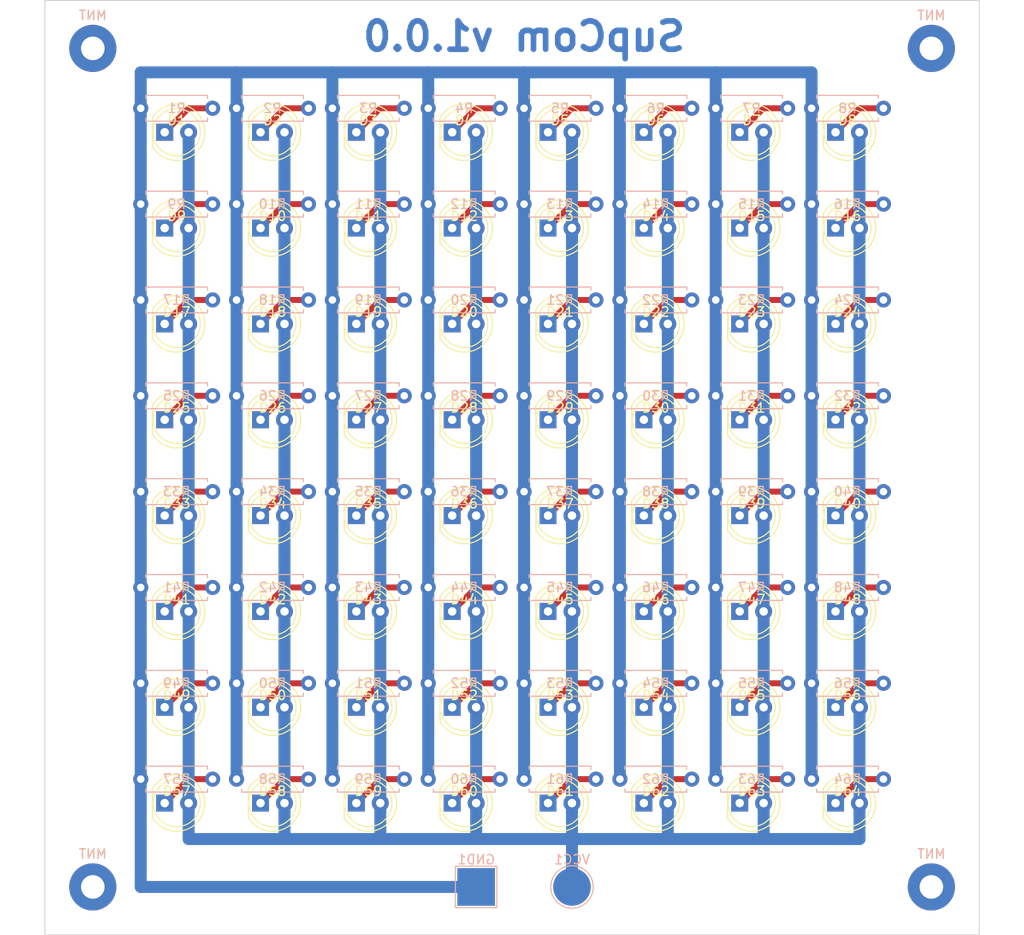
<source format=kicad_pcb>
(kicad_pcb (version 20211014) (generator pcbnew)
  (layers (0 "F.Cu" signal) (31 "B.Cu" signal) (34 "B.Paste" user) (35 "F.Paste" user) (36 "B.SilkS" user "B.Silkscreen") (37 "F.SilkS" user "F.Silkscreen") (38 "B.Mask" user) (39 "F.Mask" user) (44 "Edge.Cuts" user))
  (net 0 "")
  (net 1 "Net-(D1-Pad1)")
  (net 2 "Net-(D1-Pad2)")
  (net 3 "Net-(D2-Pad1)")
  (net 4 "Net-(D3-Pad1)")
  (net 5 "Net-(D4-Pad1)")
  (net 6 "Net-(D5-Pad1)")
  (net 7 "Net-(D6-Pad1)")
  (net 8 "Net-(D7-Pad1)")
  (net 9 "Net-(D8-Pad1)")
  (net 10 "Net-(D9-Pad1)")
  (net 11 "Net-(D10-Pad1)")
  (net 12 "Net-(D11-Pad1)")
  (net 13 "Net-(D12-Pad1)")
  (net 14 "Net-(D13-Pad1)")
  (net 15 "Net-(D14-Pad1)")
  (net 16 "Net-(D15-Pad1)")
  (net 17 "Net-(D16-Pad1)")
  (net 18 "Net-(D17-Pad1)")
  (net 19 "Net-(D18-Pad1)")
  (net 20 "Net-(D19-Pad1)")
  (net 21 "Net-(D20-Pad1)")
  (net 22 "Net-(D21-Pad1)")
  (net 23 "Net-(D22-Pad1)")
  (net 24 "Net-(D23-Pad1)")
  (net 25 "Net-(D24-Pad1)")
  (net 26 "Net-(D25-Pad1)")
  (net 27 "Net-(D26-Pad1)")
  (net 28 "Net-(D27-Pad1)")
  (net 29 "Net-(D28-Pad1)")
  (net 30 "Net-(D29-Pad1)")
  (net 31 "Net-(D30-Pad1)")
  (net 32 "Net-(D31-Pad1)")
  (net 33 "Net-(D32-Pad1)")
  (net 34 "Net-(D33-Pad1)")
  (net 35 "Net-(D34-Pad1)")
  (net 36 "Net-(D35-Pad1)")
  (net 37 "Net-(D36-Pad1)")
  (net 38 "Net-(D37-Pad1)")
  (net 39 "Net-(D38-Pad1)")
  (net 40 "Net-(D39-Pad1)")
  (net 41 "Net-(D40-Pad1)")
  (net 42 "Net-(D41-Pad1)")
  (net 43 "Net-(D42-Pad1)")
  (net 44 "Net-(D43-Pad1)")
  (net 45 "Net-(D44-Pad1)")
  (net 46 "Net-(D45-Pad1)")
  (net 47 "Net-(D46-Pad1)")
  (net 48 "Net-(D47-Pad1)")
  (net 49 "Net-(D48-Pad1)")
  (net 50 "Net-(D49-Pad1)")
  (net 51 "Net-(D50-Pad1)")
  (net 52 "Net-(D51-Pad1)")
  (net 53 "Net-(D52-Pad1)")
  (net 54 "Net-(D53-Pad1)")
  (net 55 "Net-(D54-Pad1)")
  (net 56 "Net-(D55-Pad1)")
  (net 57 "Net-(D56-Pad1)")
  (net 58 "Net-(D57-Pad1)")
  (net 59 "Net-(D58-Pad1)")
  (net 60 "Net-(D59-Pad1)")
  (net 61 "Net-(D60-Pad1)")
  (net 62 "Net-(D61-Pad1)")
  (net 63 "Net-(D62-Pad1)")
  (net 64 "Net-(D63-Pad1)")
  (net 65 "Net-(D64-Pad1)")
  (net 66 "Net-(GND1-Pad1)")
  (footprint "LED_THT:LED_D5.0mm" (layer "F.Cu") (at 154.94 123.19)
    (fp_text reference "D60")
    (fp_text value "LED")
  )
  (footprint "LED_THT:LED_D5.0mm" (layer "F.Cu") (at 124.46 102.87)
    (fp_text reference "D41")
    (fp_text value "LED")
  )
  (footprint "LED_THT:LED_D5.0mm" (layer "F.Cu") (at 175.26 52.07)
    (fp_text reference "D6")
    (fp_text value "LED")
  )
  (footprint "LED_THT:LED_D5.0mm" (layer "F.Cu") (at 134.62 82.55)
    (fp_text reference "D26")
    (fp_text value "LED")
  )
  (footprint "LED_THT:LED_D5.0mm" (layer "F.Cu") (at 195.58 62.23)
    (fp_text reference "D16")
    (fp_text value "LED")
  )
  (footprint "LED_THT:LED_D5.0mm" (layer "F.Cu") (at 195.58 113.03)
    (fp_text reference "D56")
    (fp_text value "LED")
  )
  (footprint "LED_THT:LED_D5.0mm" (layer "F.Cu") (at 185.42 123.19)
    (fp_text reference "D63")
    (fp_text value "LED")
  )
  (footprint "LED_THT:LED_D5.0mm" (layer "F.Cu") (at 134.62 62.23)
    (fp_text reference "D10")
    (fp_text value "LED")
  )
  (footprint "LED_THT:LED_D5.0mm" (layer "F.Cu") (at 165.1 92.71)
    (fp_text reference "D37")
    (fp_text value "LED")
  )
  (footprint "LED_THT:LED_D5.0mm" (layer "F.Cu") (at 144.78 102.87)
    (fp_text reference "D43")
    (fp_text value "LED")
  )
  (footprint "LED_THT:LED_D5.0mm" (layer "F.Cu") (at 165.1 72.39)
    (fp_text reference "D21")
    (fp_text value "LED")
  )
  (footprint "LED_THT:LED_D5.0mm" (layer "F.Cu") (at 195.58 52.07)
    (fp_text reference "D8")
    (fp_text value "LED")
  )
  (footprint "LED_THT:LED_D5.0mm" (layer "F.Cu") (at 165.1 113.03)
    (fp_text reference "D53")
    (fp_text value "LED")
  )
  (footprint "LED_THT:LED_D5.0mm" (layer "F.Cu") (at 154.94 52.07)
    (fp_text reference "D4")
    (fp_text value "LED")
  )
  (footprint "LED_THT:LED_D5.0mm" (layer "F.Cu") (at 154.94 102.87)
    (fp_text reference "D44")
    (fp_text value "LED")
  )
  (footprint "LED_THT:LED_D5.0mm" (layer "F.Cu") (at 124.46 113.03)
    (fp_text reference "D49")
    (fp_text value "LED")
  )
  (footprint "LED_THT:LED_D5.0mm" (layer "F.Cu") (at 195.58 123.19)
    (fp_text reference "D64")
    (fp_text value "LED")
  )
  (footprint "LED_THT:LED_D5.0mm" (layer "F.Cu") (at 185.42 72.39)
    (fp_text reference "D23")
    (fp_text value "LED")
  )
  (footprint "LED_THT:LED_D5.0mm" (layer "F.Cu") (at 134.62 113.03)
    (fp_text reference "D50")
    (fp_text value "LED")
  )
  (footprint "LED_THT:LED_D5.0mm" (layer "F.Cu") (at 175.26 113.03)
    (fp_text reference "D54")
    (fp_text value "LED")
  )
  (footprint "LED_THT:LED_D5.0mm" (layer "F.Cu") (at 144.78 82.55)
    (fp_text reference "D27")
    (fp_text value "LED")
  )
  (footprint "LED_THT:LED_D5.0mm" (layer "F.Cu") (at 154.94 82.55)
    (fp_text reference "D28")
    (fp_text value "LED")
  )
  (footprint "LED_THT:LED_D5.0mm" (layer "F.Cu") (at 185.42 113.03)
    (fp_text reference "D55")
    (fp_text value "LED")
  )
  (footprint "LED_THT:LED_D5.0mm" (layer "F.Cu") (at 144.78 62.23)
    (fp_text reference "D11")
    (fp_text value "LED")
  )
  (footprint "LED_THT:LED_D5.0mm" (layer "F.Cu") (at 165.1 62.23)
    (fp_text reference "D13")
    (fp_text value "LED")
  )
  (footprint "LED_THT:LED_D5.0mm" (layer "F.Cu") (at 134.62 52.07)
    (fp_text reference "D2")
    (fp_text value "LED")
  )
  (footprint "LED_THT:LED_D5.0mm" (layer "F.Cu") (at 175.26 62.23)
    (fp_text reference "D14")
    (fp_text value "LED")
  )
  (footprint "LED_THT:LED_D5.0mm" (layer "F.Cu") (at 185.42 62.23)
    (fp_text reference "D15")
    (fp_text value "LED")
  )
  (footprint "LED_THT:LED_D5.0mm" (layer "F.Cu") (at 175.26 72.39)
    (fp_text reference "D22")
    (fp_text value "LED")
  )
  (footprint "LED_THT:LED_D5.0mm" (layer "F.Cu") (at 175.26 102.87)
    (fp_text reference "D46")
    (fp_text value "LED")
  )
  (footprint "LED_THT:LED_D5.0mm" (layer "F.Cu") (at 195.58 102.87)
    (fp_text reference "D48")
    (fp_text value "LED")
  )
  (footprint "LED_THT:LED_D5.0mm" (layer "F.Cu") (at 154.94 72.39)
    (fp_text reference "D20")
    (fp_text value "LED")
  )
  (footprint "LED_THT:LED_D5.0mm" (layer "F.Cu") (at 134.62 72.39)
    (fp_text reference "D18")
    (fp_text value "LED")
  )
  (footprint "LED_THT:LED_D5.0mm" (layer "F.Cu") (at 185.42 82.55)
    (fp_text reference "D31")
    (fp_text value "LED")
  )
  (footprint "LED_THT:LED_D5.0mm" (layer "F.Cu") (at 154.94 113.03)
    (fp_text reference "D52")
    (fp_text value "LED")
  )
  (footprint "LED_THT:LED_D5.0mm" (layer "F.Cu") (at 154.94 92.71)
    (fp_text reference "D36")
    (fp_text value "LED")
  )
  (footprint "LED_THT:LED_D5.0mm" (layer "F.Cu") (at 165.1 123.19)
    (fp_text reference "D61")
    (fp_text value "LED")
  )
  (footprint "LED_THT:LED_D5.0mm" (layer "F.Cu") (at 175.26 123.19)
    (fp_text reference "D62")
    (fp_text value "LED")
  )
  (footprint "LED_THT:LED_D5.0mm" (layer "F.Cu") (at 144.78 72.39)
    (fp_text reference "D19")
    (fp_text value "LED")
  )
  (footprint "LED_THT:LED_D5.0mm" (layer "F.Cu") (at 124.46 52.07)
    (fp_text reference "D1")
    (fp_text value "LED")
  )
  (footprint "LED_THT:LED_D5.0mm" (layer "F.Cu") (at 124.46 92.71)
    (fp_text reference "D33")
    (fp_text value "LED")
  )
  (footprint "LED_THT:LED_D5.0mm" (layer "F.Cu") (at 134.62 123.19)
    (fp_text reference "D58")
    (fp_text value "LED")
  )
  (footprint "LED_THT:LED_D5.0mm" (layer "F.Cu") (at 144.78 113.03)
    (fp_text reference "D51")
    (fp_text value "LED")
  )
  (footprint "LED_THT:LED_D5.0mm" (layer "F.Cu") (at 185.42 52.07)
    (fp_text reference "D7")
    (fp_text value "LED")
  )
  (footprint "LED_THT:LED_D5.0mm" (layer "F.Cu") (at 144.78 123.19)
    (fp_text reference "D59")
    (fp_text value "LED")
  )
  (footprint "LED_THT:LED_D5.0mm" (layer "F.Cu") (at 144.78 52.07)
    (fp_text reference "D3")
    (fp_text value "LED")
  )
  (footprint "LED_THT:LED_D5.0mm" (layer "F.Cu") (at 144.78 92.71)
    (fp_text reference "D35")
    (fp_text value "LED")
  )
  (footprint "LED_THT:LED_D5.0mm" (layer "F.Cu") (at 175.26 82.55)
    (fp_text reference "D30")
    (fp_text value "LED")
  )
  (footprint "LED_THT:LED_D5.0mm" (layer "F.Cu") (at 134.62 92.71)
    (fp_text reference "D34")
    (fp_text value "LED")
  )
  (footprint "LED_THT:LED_D5.0mm" (layer "F.Cu") (at 185.42 102.87)
    (fp_text reference "D47")
    (fp_text value "LED")
  )
  (footprint "LED_THT:LED_D5.0mm" (layer "F.Cu") (at 124.46 72.39)
    (fp_text reference "D17")
    (fp_text value "LED")
  )
  (footprint "LED_THT:LED_D5.0mm" (layer "F.Cu") (at 165.1 52.07)
    (fp_text reference "D5")
    (fp_text value "LED")
  )
  (footprint "LED_THT:LED_D5.0mm" (layer "F.Cu") (at 124.46 123.19)
    (fp_text reference "D57")
    (fp_text value "LED")
  )
  (footprint "LED_THT:LED_D5.0mm" (layer "F.Cu") (at 195.58 92.71)
    (fp_text reference "D40")
    (fp_text value "LED")
  )
  (footprint "LED_THT:LED_D5.0mm" (layer "F.Cu") (at 154.94 62.23)
    (fp_text reference "D12")
    (fp_text value "LED")
  )
  (footprint "LED_THT:LED_D5.0mm" (layer "F.Cu") (at 185.42 92.71)
    (fp_text reference "D39")
    (fp_text value "LED")
  )
  (footprint "LED_THT:LED_D5.0mm" (layer "F.Cu") (at 165.1 102.87)
    (fp_text reference "D45")
    (fp_text value "LED")
  )
  (footprint "LED_THT:LED_D5.0mm" (layer "F.Cu") (at 195.58 72.39)
    (fp_text reference "D24")
    (fp_text value "LED")
  )
  (footprint "LED_THT:LED_D5.0mm" (layer "F.Cu") (at 134.62 102.87)
    (fp_text reference "D42")
    (fp_text value "LED")
  )
  (footprint "LED_THT:LED_D5.0mm" (layer "F.Cu") (at 165.1 82.55)
    (fp_text reference "D29")
    (fp_text value "LED")
  )
  (footprint "LED_THT:LED_D5.0mm" (layer "F.Cu") (at 175.26 92.71)
    (fp_text reference "D38")
    (fp_text value "LED")
  )
  (footprint "LED_THT:LED_D5.0mm" (layer "F.Cu") (at 195.58 82.55)
    (fp_text reference "D32")
    (fp_text value "LED")
  )
  (footprint "LED_THT:LED_D5.0mm" (layer "F.Cu") (at 124.46 62.23)
    (fp_text reference "D9")
    (fp_text value "LED")
  )
  (footprint "LED_THT:LED_D5.0mm" (layer "F.Cu") (at 124.46 82.55)
    (fp_text reference "D25")
    (fp_text value "LED")
  )
  (footprint "Resistor_THT:R_Axial_DIN0207_L6.3mm_D2.5mm_P7.62mm_Horizontal" (layer "B.Cu") (at 182.88 90.17)
    (fp_text reference "R39")
    (fp_text value "220")
  )
  (footprint "Resistor_THT:R_Axial_DIN0207_L6.3mm_D2.5mm_P7.62mm_Horizontal" (layer "B.Cu") (at 132.08 100.33)
    (fp_text reference "R42")
    (fp_text value "220")
  )
  (footprint "Resistor_THT:R_Axial_DIN0207_L6.3mm_D2.5mm_P7.62mm_Horizontal" (layer "B.Cu") (at 193.04 49.53)
    (fp_text reference "R8")
    (fp_text value "220")
  )
  (footprint "TestPoint:TestPoint_Pad_D4.0mm" (layer "B.Cu") (at 167.64 132.08 180)
    (fp_text reference "VCC1")
    (fp_text value "TestPoint")
  )
  (footprint "MountingHole:MountingHole_2.5mm_Pad" (layer "B.Cu") (at 116.84 43.18 180)
    (fp_text reference "MNT")
    (fp_text value "MountingHole_2.5mm_Pad")
  )
  (footprint "Resistor_THT:R_Axial_DIN0207_L6.3mm_D2.5mm_P7.62mm_Horizontal" (layer "B.Cu") (at 142.24 49.53)
    (fp_text reference "R3")
    (fp_text value "220")
  )
  (footprint "Resistor_THT:R_Axial_DIN0207_L6.3mm_D2.5mm_P7.62mm_Horizontal" (layer "B.Cu") (at 193.04 59.69)
    (fp_text reference "R16")
    (fp_text value "220")
  )
  (footprint "Resistor_THT:R_Axial_DIN0207_L6.3mm_D2.5mm_P7.62mm_Horizontal" (layer "B.Cu") (at 152.4 120.65)
    (fp_text reference "R60")
    (fp_text value "220")
  )
  (footprint "Resistor_THT:R_Axial_DIN0207_L6.3mm_D2.5mm_P7.62mm_Horizontal" (layer "B.Cu") (at 193.04 110.49)
    (fp_text reference "R56")
    (fp_text value "220")
  )
  (footprint "Resistor_THT:R_Axial_DIN0207_L6.3mm_D2.5mm_P7.62mm_Horizontal" (layer "B.Cu") (at 172.72 100.33)
    (fp_text reference "R46")
    (fp_text value "220")
  )
  (footprint "Resistor_THT:R_Axial_DIN0207_L6.3mm_D2.5mm_P7.62mm_Horizontal" (layer "B.Cu") (at 182.88 49.53)
    (fp_text reference "R7")
    (fp_text value "220")
  )
  (footprint "Resistor_THT:R_Axial_DIN0207_L6.3mm_D2.5mm_P7.62mm_Horizontal" (layer "B.Cu") (at 142.24 110.49)
    (fp_text reference "R51")
    (fp_text value "220")
  )
  (footprint "Resistor_THT:R_Axial_DIN0207_L6.3mm_D2.5mm_P7.62mm_Horizontal" (layer "B.Cu") (at 121.92 120.65)
    (fp_text reference "R57")
    (fp_text value "220")
  )
  (footprint "Resistor_THT:R_Axial_DIN0207_L6.3mm_D2.5mm_P7.62mm_Horizontal" (layer "B.Cu") (at 152.4 80.01)
    (fp_text reference "R28")
    (fp_text value "220")
  )
  (footprint "Resistor_THT:R_Axial_DIN0207_L6.3mm_D2.5mm_P7.62mm_Horizontal" (layer "B.Cu") (at 162.56 90.17)
    (fp_text reference "R37")
    (fp_text value "220")
  )
  (footprint "Resistor_THT:R_Axial_DIN0207_L6.3mm_D2.5mm_P7.62mm_Horizontal" (layer "B.Cu") (at 172.72 80.01)
    (fp_text reference "R30")
    (fp_text value "220")
  )
  (footprint "Resistor_THT:R_Axial_DIN0207_L6.3mm_D2.5mm_P7.62mm_Horizontal" (layer "B.Cu") (at 162.56 59.69)
    (fp_text reference "R13")
    (fp_text value "220")
  )
  (footprint "Resistor_THT:R_Axial_DIN0207_L6.3mm_D2.5mm_P7.62mm_Horizontal" (layer "B.Cu") (at 121.92 90.17)
    (fp_text reference "R33")
    (fp_text value "220")
  )
  (footprint "Resistor_THT:R_Axial_DIN0207_L6.3mm_D2.5mm_P7.62mm_Horizontal" (layer "B.Cu") (at 142.24 59.69)
    (fp_text reference "R11")
    (fp_text value "220")
  )
  (footprint "Resistor_THT:R_Axial_DIN0207_L6.3mm_D2.5mm_P7.62mm_Horizontal" (layer "B.Cu") (at 142.24 80.01)
    (fp_text reference "R27")
    (fp_text value "220")
  )
  (footprint "Resistor_THT:R_Axial_DIN0207_L6.3mm_D2.5mm_P7.62mm_Horizontal" (layer "B.Cu") (at 182.88 59.69)
    (fp_text reference "R15")
    (fp_text value "220")
  )
  (footprint "Resistor_THT:R_Axial_DIN0207_L6.3mm_D2.5mm_P7.62mm_Horizontal" (layer "B.Cu") (at 172.72 120.65)
    (fp_text reference "R62")
    (fp_text value "220")
  )
  (footprint "Resistor_THT:R_Axial_DIN0207_L6.3mm_D2.5mm_P7.62mm_Horizontal" (layer "B.Cu") (at 152.4 59.69)
    (fp_text reference "R12")
    (fp_text value "220")
  )
  (footprint "Resistor_THT:R_Axial_DIN0207_L6.3mm_D2.5mm_P7.62mm_Horizontal" (layer "B.Cu") (at 152.4 49.53)
    (fp_text reference "R4")
    (fp_text value "220")
  )
  (footprint "TestPoint:TestPoint_Pad_4.0x4.0mm" (layer "B.Cu") (at 157.48 132.08 180)
    (fp_text reference "GND1")
    (fp_text value "TestPoint")
  )
  (footprint "Resistor_THT:R_Axial_DIN0207_L6.3mm_D2.5mm_P7.62mm_Horizontal" (layer "B.Cu") (at 162.56 120.65)
    (fp_text reference "R61")
    (fp_text value "220")
  )
  (footprint "Resistor_THT:R_Axial_DIN0207_L6.3mm_D2.5mm_P7.62mm_Horizontal" (layer "B.Cu") (at 132.08 120.65)
    (fp_text reference "R58")
    (fp_text value "220")
  )
  (footprint "Resistor_THT:R_Axial_DIN0207_L6.3mm_D2.5mm_P7.62mm_Horizontal" (layer "B.Cu") (at 132.08 59.69)
    (fp_text reference "R10")
    (fp_text value "220")
  )
  (footprint "Resistor_THT:R_Axial_DIN0207_L6.3mm_D2.5mm_P7.62mm_Horizontal" (layer "B.Cu") (at 152.4 69.85)
    (fp_text reference "R20")
    (fp_text value "220")
  )
  (footprint "Resistor_THT:R_Axial_DIN0207_L6.3mm_D2.5mm_P7.62mm_Horizontal" (layer "B.Cu") (at 193.04 80.01)
    (fp_text reference "R32")
    (fp_text value "220")
  )
  (footprint "Resistor_THT:R_Axial_DIN0207_L6.3mm_D2.5mm_P7.62mm_Horizontal" (layer "B.Cu") (at 142.24 69.85)
    (fp_text reference "R19")
    (fp_text value "220")
  )
  (footprint "MountingHole:MountingHole_2.5mm_Pad" (layer "B.Cu") (at 205.74 43.18 180)
    (fp_text reference "MNT")
    (fp_text value "MountingHole_2.5mm_Pad")
  )
  (footprint "Resistor_THT:R_Axial_DIN0207_L6.3mm_D2.5mm_P7.62mm_Horizontal" (layer "B.Cu") (at 193.04 100.33)
    (fp_text reference "R48")
    (fp_text value "220")
  )
  (footprint "Resistor_THT:R_Axial_DIN0207_L6.3mm_D2.5mm_P7.62mm_Horizontal" (layer "B.Cu") (at 172.72 110.49)
    (fp_text reference "R54")
    (fp_text value "220")
  )
  (footprint "MountingHole:MountingHole_2.5mm_Pad" (layer "B.Cu") (at 205.74 132.08 180)
    (fp_text reference "MNT")
    (fp_text value "MountingHole_2.5mm_Pad")
  )
  (footprint "Resistor_THT:R_Axial_DIN0207_L6.3mm_D2.5mm_P7.62mm_Horizontal" (layer "B.Cu") (at 182.88 80.01)
    (fp_text reference "R31")
    (fp_text value "220")
  )
  (footprint "Resistor_THT:R_Axial_DIN0207_L6.3mm_D2.5mm_P7.62mm_Horizontal" (layer "B.Cu") (at 182.88 100.33)
    (fp_text reference "R47")
    (fp_text value "220")
  )
  (footprint "Resistor_THT:R_Axial_DIN0207_L6.3mm_D2.5mm_P7.62mm_Horizontal" (layer "B.Cu") (at 142.24 90.17)
    (fp_text reference "R35")
    (fp_text value "220")
  )
  (footprint "Resistor_THT:R_Axial_DIN0207_L6.3mm_D2.5mm_P7.62mm_Horizontal" (layer "B.Cu") (at 142.24 100.33)
    (fp_text reference "R43")
    (fp_text value "220")
  )
  (footprint "Resistor_THT:R_Axial_DIN0207_L6.3mm_D2.5mm_P7.62mm_Horizontal" (layer "B.Cu") (at 162.56 69.85)
    (fp_text reference "R21")
    (fp_text value "220")
  )
  (footprint "Resistor_THT:R_Axial_DIN0207_L6.3mm_D2.5mm_P7.62mm_Horizontal" (layer "B.Cu") (at 132.08 69.85)
    (fp_text reference "R18")
    (fp_text value "220")
  )
  (footprint "Resistor_THT:R_Axial_DIN0207_L6.3mm_D2.5mm_P7.62mm_Horizontal" (layer "B.Cu") (at 162.56 110.49)
    (fp_text reference "R53")
    (fp_text value "220")
  )
  (footprint "Resistor_THT:R_Axial_DIN0207_L6.3mm_D2.5mm_P7.62mm_Horizontal" (layer "B.Cu") (at 193.04 69.85)
    (fp_text reference "R24")
    (fp_text value "220")
  )
  (footprint "Resistor_THT:R_Axial_DIN0207_L6.3mm_D2.5mm_P7.62mm_Horizontal" (layer "B.Cu") (at 132.08 49.53)
    (fp_text reference "R2")
    (fp_text value "220")
  )
  (footprint "Resistor_THT:R_Axial_DIN0207_L6.3mm_D2.5mm_P7.62mm_Horizontal" (layer "B.Cu") (at 152.4 100.33)
    (fp_text reference "R44")
    (fp_text value "220")
  )
  (footprint "Resistor_THT:R_Axial_DIN0207_L6.3mm_D2.5mm_P7.62mm_Horizontal" (layer "B.Cu") (at 182.88 110.49)
    (fp_text reference "R55")
    (fp_text value "220")
  )
  (footprint "MountingHole:MountingHole_2.5mm_Pad" (layer "B.Cu") (at 116.84 132.08 180)
    (fp_text reference "MNT")
    (fp_text value "MountingHole_2.5mm_Pad")
  )
  (footprint "Resistor_THT:R_Axial_DIN0207_L6.3mm_D2.5mm_P7.62mm_Horizontal" (layer "B.Cu") (at 121.92 80.01)
    (fp_text reference "R25")
    (fp_text value "220")
  )
  (footprint "Resistor_THT:R_Axial_DIN0207_L6.3mm_D2.5mm_P7.62mm_Horizontal" (layer "B.Cu") (at 121.92 100.33)
    (fp_text reference "R41")
    (fp_text value "220")
  )
  (footprint "Resistor_THT:R_Axial_DIN0207_L6.3mm_D2.5mm_P7.62mm_Horizontal" (layer "B.Cu") (at 142.24 120.65)
    (fp_text reference "R59")
    (fp_text value "220")
  )
  (footprint "Resistor_THT:R_Axial_DIN0207_L6.3mm_D2.5mm_P7.62mm_Horizontal" (layer "B.Cu") (at 162.56 100.33)
    (fp_text reference "R45")
    (fp_text value "220")
  )
  (footprint "Resistor_THT:R_Axial_DIN0207_L6.3mm_D2.5mm_P7.62mm_Horizontal" (layer "B.Cu") (at 172.72 59.69)
    (fp_text reference "R14")
    (fp_text value "220")
  )
  (footprint "Resistor_THT:R_Axial_DIN0207_L6.3mm_D2.5mm_P7.62mm_Horizontal" (layer "B.Cu") (at 172.72 49.53)
    (fp_text reference "R6")
    (fp_text value "220")
  )
  (footprint "Resistor_THT:R_Axial_DIN0207_L6.3mm_D2.5mm_P7.62mm_Horizontal" (layer "B.Cu") (at 193.04 120.65)
    (fp_text reference "R64")
    (fp_text value "220")
  )
  (footprint "Resistor_THT:R_Axial_DIN0207_L6.3mm_D2.5mm_P7.62mm_Horizontal" (layer "B.Cu") (at 193.04 90.17)
    (fp_text reference "R40")
    (fp_text value "220")
  )
  (footprint "Resistor_THT:R_Axial_DIN0207_L6.3mm_D2.5mm_P7.62mm_Horizontal" (layer "B.Cu") (at 182.88 120.65)
    (fp_text reference "R63")
    (fp_text value "220")
  )
  (footprint "Resistor_THT:R_Axial_DIN0207_L6.3mm_D2.5mm_P7.62mm_Horizontal" (layer "B.Cu") (at 162.56 80.01)
    (fp_text reference "R29")
    (fp_text value "220")
  )
  (footprint "Resistor_THT:R_Axial_DIN0207_L6.3mm_D2.5mm_P7.62mm_Horizontal" (layer "B.Cu") (at 121.92 69.85)
    (fp_text reference "R17")
    (fp_text value "220")
  )
  (footprint "Resistor_THT:R_Axial_DIN0207_L6.3mm_D2.5mm_P7.62mm_Horizontal" (layer "B.Cu") (at 152.4 110.49)
    (fp_text reference "R52")
    (fp_text value "220")
  )
  (footprint "Resistor_THT:R_Axial_DIN0207_L6.3mm_D2.5mm_P7.62mm_Horizontal" (layer "B.Cu") (at 121.92 49.53)
    (fp_text reference "R1")
    (fp_text value "220")
  )
  (footprint "Resistor_THT:R_Axial_DIN0207_L6.3mm_D2.5mm_P7.62mm_Horizontal" (layer "B.Cu") (at 172.72 90.17)
    (fp_text reference "R38")
    (fp_text value "220")
  )
  (footprint "Resistor_THT:R_Axial_DIN0207_L6.3mm_D2.5mm_P7.62mm_Horizontal" (layer "B.Cu") (at 182.88 69.85)
    (fp_text reference "R23")
    (fp_text value "220")
  )
  (footprint "Resistor_THT:R_Axial_DIN0207_L6.3mm_D2.5mm_P7.62mm_Horizontal" (layer "B.Cu") (at 132.08 90.17)
    (fp_text reference "R34")
    (fp_text value "220")
  )
  (footprint "Resistor_THT:R_Axial_DIN0207_L6.3mm_D2.5mm_P7.62mm_Horizontal" (layer "B.Cu") (at 132.08 110.49)
    (fp_text reference "R50")
    (fp_text value "220")
  )
  (footprint "Resistor_THT:R_Axial_DIN0207_L6.3mm_D2.5mm_P7.62mm_Horizontal" (layer "B.Cu") (at 121.92 59.69)
    (fp_text reference "R9")
    (fp_text value "220")
  )
  (footprint "Resistor_THT:R_Axial_DIN0207_L6.3mm_D2.5mm_P7.62mm_Horizontal" (layer "B.Cu") (at 162.56 49.53)
    (fp_text reference "R5")
    (fp_text value "220")
  )
  (footprint "Resistor_THT:R_Axial_DIN0207_L6.3mm_D2.5mm_P7.62mm_Horizontal" (layer "B.Cu") (at 121.92 110.49)
    (fp_text reference "R49")
    (fp_text value "220")
  )
  (footprint "Resistor_THT:R_Axial_DIN0207_L6.3mm_D2.5mm_P7.62mm_Horizontal" (layer "B.Cu") (at 132.08 80.01)
    (fp_text reference "R26")
    (fp_text value "220")
  )
  (footprint "Resistor_THT:R_Axial_DIN0207_L6.3mm_D2.5mm_P7.62mm_Horizontal" (layer "B.Cu") (at 152.4 90.17)
    (fp_text reference "R36")
    (fp_text value "220")
  )
  (footprint "Resistor_THT:R_Axial_DIN0207_L6.3mm_D2.5mm_P7.62mm_Horizontal" (layer "B.Cu") (at 172.72 69.85)
    (fp_text reference "R22")
    (fp_text value "220")
  )
  (gr_rect (start 111.76 137.16) (end 210.82 38.1) (layer "Edge.Cuts") (width 0.1) (fill none))
  (gr_text "SupCom v1.0.0" (at 162.56 41.91) (layer "B.Cu") (effects (font (size 3 3) (thickness 0.6)) (justify mirror)))
  (segment (start 129.54 49.53) (end 127 49.53) (width 0.635) (layer "F.Cu") (net 1))
  (segment (start 127 49.53) (end 124.46 52.07) (width 0.635) (layer "F.Cu") (net 1))
  (segment (start 157.48 127) (end 157.48 123.19) (width 1.27) (layer "B.Cu") (net 2))
  (segment (start 198.12 127) (end 187.96 127) (width 1.27) (layer "B.Cu") (net 2))
  (segment (start 147.32 123.19) (end 147.32 52.07) (width 1.27) (layer "B.Cu") (net 2))
  (segment (start 157.48 127) (end 147.32 127) (width 1.27) (layer "B.Cu") (net 2))
  (segment (start 198.12 127) (end 198.12 123.19) (width 1.27) (layer "B.Cu") (net 2))
  (segment (start 177.8 127) (end 177.8 123.19) (width 1.27) (layer "B.Cu") (net 2))
  (segment (start 198.12 123.19) (end 198.12 52.07) (width 1.27) (layer "B.Cu") (net 2))
  (segment (start 127 123.19) (end 127 52.07) (width 1.27) (layer "B.Cu") (net 2))
  (segment (start 147.32 127) (end 137.16 127) (width 1.27) (layer "B.Cu") (net 2))
  (segment (start 127 127) (end 127 123.19) (width 1.27) (layer "B.Cu") (net 2))
  (segment (start 187.96 123.19) (end 187.96 52.07) (width 1.27) (layer "B.Cu") (net 2))
  (segment (start 167.64 127) (end 167.64 132.08) (width 1.27) (layer "B.Cu") (net 2))
  (segment (start 137.16 123.19) (end 137.16 52.07) (width 1.27) (layer "B.Cu") (net 2))
  (segment (start 177.8 123.19) (end 177.8 52.07) (width 1.27) (layer "B.Cu") (net 2))
  (segment (start 137.16 127) (end 137.16 123.19) (width 1.27) (layer "B.Cu") (net 2))
  (segment (start 147.32 127) (end 147.32 123.19) (width 1.27) (layer "B.Cu") (net 2))
  (segment (start 187.96 127) (end 177.8 127) (width 1.27) (layer "B.Cu") (net 2))
  (segment (start 177.8 127) (end 167.64 127) (width 1.27) (layer "B.Cu") (net 2))
  (segment (start 167.64 127) (end 157.48 127) (width 1.27) (layer "B.Cu") (net 2))
  (segment (start 157.48 123.19) (end 157.48 52.07) (width 1.27) (layer "B.Cu") (net 2))
  (segment (start 167.64 127) (end 167.64 123.19) (width 1.27) (layer "B.Cu") (net 2))
  (segment (start 167.64 123.19) (end 167.64 52.07) (width 1.27) (layer "B.Cu") (net 2))
  (segment (start 187.96 127) (end 187.96 123.19) (width 1.27) (layer "B.Cu") (net 2))
  (segment (start 137.16 127) (end 127 127) (width 1.27) (layer "B.Cu") (net 2))
  (segment (start 137.16 49.53) (end 134.62 52.07) (width 0.635) (layer "F.Cu") (net 3))
  (segment (start 139.7 49.53) (end 137.16 49.53) (width 0.635) (layer "F.Cu") (net 3))
  (segment (start 149.86 49.53) (end 147.32 49.53) (width 0.635) (layer "F.Cu") (net 4))
  (segment (start 147.32 49.53) (end 144.78 52.07) (width 0.635) (layer "F.Cu") (net 4))
  (segment (start 160.02 49.53) (end 157.48 49.53) (width 0.635) (layer "F.Cu") (net 5))
  (segment (start 157.48 49.53) (end 154.94 52.07) (width 0.635) (layer "F.Cu") (net 5))
  (segment (start 167.64 49.53) (end 165.1 52.07) (width 0.635) (layer "F.Cu") (net 6))
  (segment (start 170.18 49.53) (end 167.64 49.53) (width 0.635) (layer "F.Cu") (net 6))
  (segment (start 180.34 49.53) (end 177.8 49.53) (width 0.635) (layer "F.Cu") (net 7))
  (segment (start 177.8 49.53) (end 175.26 52.07) (width 0.635) (layer "F.Cu") (net 7))
  (segment (start 187.96 49.53) (end 185.42 52.07) (width 0.635) (layer "F.Cu") (net 8))
  (segment (start 190.5 49.53) (end 187.96 49.53) (width 0.635) (layer "F.Cu") (net 8))
  (segment (start 198.12 49.53) (end 195.58 52.07) (width 0.635) (layer "F.Cu") (net 9))
  (segment (start 200.66 49.53) (end 198.12 49.53) (width 0.635) (layer "F.Cu") (net 9))
  (segment (start 129.54 59.69) (end 127 59.69) (width 0.635) (layer "F.Cu") (net 10))
  (segment (start 127 59.69) (end 124.46 62.23) (width 0.635) (layer "F.Cu") (net 10))
  (segment (start 139.7 59.69) (end 137.16 59.69) (width 0.635) (layer "F.Cu") (net 11))
  (segment (start 137.16 59.69) (end 134.62 62.23) (width 0.635) (layer "F.Cu") (net 11))
  (segment (start 149.86 59.69) (end 147.32 59.69) (width 0.635) (layer "F.Cu") (net 12))
  (segment (start 147.32 59.69) (end 144.78 62.23) (width 0.635) (layer "F.Cu") (net 12))
  (segment (start 157.48 59.69) (end 154.94 62.23) (width 0.635) (layer "F.Cu") (net 13))
  (segment (start 160.02 59.69) (end 157.48 59.69) (width 0.635) (layer "F.Cu") (net 13))
  (segment (start 167.64 59.69) (end 165.1 62.23) (width 0.635) (layer "F.Cu") (net 14))
  (segment (start 170.18 59.69) (end 167.64 59.69) (width 0.635) (layer "F.Cu") (net 14))
  (segment (start 177.8 59.69) (end 175.26 62.23) (width 0.635) (layer "F.Cu") (net 15))
  (segment (start 180.34 59.69) (end 177.8 59.69) (width 0.635) (layer "F.Cu") (net 15))
  (segment (start 187.96 59.69) (end 185.42 62.23) (width 0.635) (layer "F.Cu") (net 16))
  (segment (start 190.5 59.69) (end 187.96 59.69) (width 0.635) (layer "F.Cu") (net 16))
  (segment (start 198.12 59.69) (end 195.58 62.23) (width 0.635) (layer "F.Cu") (net 17))
  (segment (start 200.66 59.69) (end 198.12 59.69) (width 0.635) (layer "F.Cu") (net 17))
  (segment (start 127 69.85) (end 124.46 72.39) (width 0.635) (layer "F.Cu") (net 18))
  (segment (start 129.54 69.85) (end 127 69.85) (width 0.635) (layer "F.Cu") (net 18))
  (segment (start 139.7 69.85) (end 137.16 69.85) (width 0.635) (layer "F.Cu") (net 19))
  (segment (start 137.16 69.85) (end 134.62 72.39) (width 0.635) (layer "F.Cu") (net 19))
  (segment (start 149.86 69.85) (end 147.32 69.85) (width 0.635) (layer "F.Cu") (net 20))
  (segment (start 147.32 69.85) (end 144.78 72.39) (width 0.635) (layer "F.Cu") (net 20))
  (segment (start 160.02 69.85) (end 157.48 69.85) (width 0.635) (layer "F.Cu") (net 21))
  (segment (start 157.48 69.85) (end 154.94 72.39) (width 0.635) (layer "F.Cu") (net 21))
  (segment (start 170.18 69.85) (end 167.64 69.85) (width 0.635) (layer "F.Cu") (net 22))
  (segment (start 167.64 69.85) (end 165.1 72.39) (width 0.635) (layer "F.Cu") (net 22))
  (segment (start 177.8 69.85) (end 175.26 72.39) (width 0.635) (layer "F.Cu") (net 23))
  (segment (start 180.34 69.85) (end 177.8 69.85) (width 0.635) (layer "F.Cu") (net 23))
  (segment (start 190.5 69.85) (end 187.96 69.85) (width 0.635) (layer "F.Cu") (net 24))
  (segment (start 187.96 69.85) (end 185.42 72.39) (width 0.635) (layer "F.Cu") (net 24))
  (segment (start 200.66 69.85) (end 198.12 69.85) (width 0.635) (layer "F.Cu") (net 25))
  (segment (start 198.12 69.85) (end 195.58 72.39) (width 0.635) (layer "F.Cu") (net 25))
  (segment (start 127 80.01) (end 124.46 82.55) (width 0.635) (layer "F.Cu") (net 26))
  (segment (start 129.54 80.01) (end 127 80.01) (width 0.635) (layer "F.Cu") (net 26))
  (segment (start 139.7 80.01) (end 137.16 80.01) (width 0.635) (layer "F.Cu") (net 27))
  (segment (start 137.16 80.01) (end 134.62 82.55) (width 0.635) (layer "F.Cu") (net 27))
  (segment (start 147.32 80.01) (end 144.78 82.55) (width 0.635) (layer "F.Cu") (net 28))
  (segment (start 149.86 80.01) (end 147.32 80.01) (width 0.635) (layer "F.Cu") (net 28))
  (segment (start 160.02 80.01) (end 157.48 80.01) (width 0.635) (layer "F.Cu") (net 29))
  (segment (start 157.48 80.01) (end 154.94 82.55) (width 0.635) (layer "F.Cu") (net 29))
  (segment (start 167.64 80.01) (end 165.1 82.55) (width 0.635) (layer "F.Cu") (net 30))
  (segment (start 170.18 80.01) (end 167.64 80.01) (width 0.635) (layer "F.Cu") (net 30))
  (segment (start 180.34 80.01) (end 177.8 80.01) (width 0.635) (layer "F.Cu") (net 31))
  (segment (start 177.8 80.01) (end 175.26 82.55) (width 0.635) (layer "F.Cu") (net 31))
  (segment (start 187.96 80.01) (end 185.42 82.55) (width 0.635) (layer "F.Cu") (net 32))
  (segment (start 190.5 80.01) (end 187.96 80.01) (width 0.635) (layer "F.Cu") (net 32))
  (segment (start 198.12 80.01) (end 195.58 82.55) (width 0.635) (layer "F.Cu") (net 33))
  (segment (start 200.66 80.01) (end 198.12 80.01) (width 0.635) (layer "F.Cu") (net 33))
  (segment (start 127 90.17) (end 124.46 92.71) (width 0.635) (layer "F.Cu") (net 34))
  (segment (start 129.54 90.17) (end 127 90.17) (width 0.635) (layer "F.Cu") (net 34))
  (segment (start 137.16 90.17) (end 134.62 92.71) (width 0.635) (layer "F.Cu") (net 35))
  (segment (start 139.7 90.17) (end 137.16 90.17) (width 0.635) (layer "F.Cu") (net 35))
  (segment (start 149.86 90.17) (end 147.32 90.17) (width 0.635) (layer "F.Cu") (net 36))
  (segment (start 147.32 90.17) (end 144.78 92.71) (width 0.635) (layer "F.Cu") (net 36))
  (segment (start 157.48 90.17) (end 154.94 92.71) (width 0.635) (layer "F.Cu") (net 37))
  (segment (start 160.02 90.17) (end 157.48 90.17) (width 0.635) (layer "F.Cu") (net 37))
  (segment (start 170.18 90.17) (end 167.64 90.17) (width 0.635) (layer "F.Cu") (net 38))
  (segment (start 167.64 90.17) (end 165.1 92.71) (width 0.635) (layer "F.Cu") (net 38))
  (segment (start 180.34 90.17) (end 177.8 90.17) (width 0.635) (layer "F.Cu") (net 39))
  (segment (start 177.8 90.17) (end 175.26 92.71) (width 0.635) (layer "F.Cu") (net 39))
  (segment (start 190.5 90.17) (end 187.96 90.17) (width 0.635) (layer "F.Cu") (net 40))
  (segment (start 187.96 90.17) (end 185.42 92.71) (width 0.635) (layer "F.Cu") (net 40))
  (segment (start 200.66 90.17) (end 198.12 90.17) (width 0.635) (layer "F.Cu") (net 41))
  (segment (start 198.12 90.17) (end 195.58 92.71) (width 0.635) (layer "F.Cu") (net 41))
  (segment (start 129.54 100.33) (end 127 100.33) (width 0.635) (layer "F.Cu") (net 42))
  (segment (start 127 100.33) (end 124.46 102.87) (width 0.635) (layer "F.Cu") (net 42))
  (segment (start 139.7 100.33) (end 137.16 100.33) (width 0.635) (layer "F.Cu") (net 43))
  (segment (start 137.16 100.33) (end 134.62 102.87) (width 0.635) (layer "F.Cu") (net 43))
  (segment (start 147.32 100.33) (end 144.78 102.87) (width 0.635) (layer "F.Cu") (net 44))
  (segment (start 149.86 100.33) (end 147.32 100.33) (width 0.635) (layer "F.Cu") (net 44))
  (segment (start 157.48 100.33) (end 154.94 102.87) (width 0.635) (layer "F.Cu") (net 45))
  (segment (start 160.02 100.33) (end 157.48 100.33) (width 0.635) (layer "F.Cu") (net 45))
  (segment (start 167.64 100.33) (end 165.1 102.87) (width 0.635) (layer "F.Cu") (net 46))
  (segment (start 170.18 100.33) (end 167.64 100.33) (width 0.635) (layer "F.Cu") (net 46))
  (segment (start 177.8 100.33) (end 175.26 102.87) (width 0.635) (layer "F.Cu") (net 47))
  (segment (start 180.34 100.33) (end 177.8 100.33) (width 0.635) (layer "F.Cu") (net 47))
  (segment (start 190.5 100.33) (end 187.96 100.33) (width 0.635) (layer "F.Cu") (net 48))
  (segment (start 187.96 100.33) (end 185.42 102.87) (width 0.635) (layer "F.Cu") (net 48))
  (segment (start 198.12 100.33) (end 195.58 102.87) (width 0.635) (layer "F.Cu") (net 49))
  (segment (start 200.66 100.33) (end 198.12 100.33) (width 0.635) (layer "F.Cu") (net 49))
  (segment (start 127 110.49) (end 124.46 113.03) (width 0.635) (layer "F.Cu") (net 50))
  (segment (start 129.54 110.49) (end 127 110.49) (width 0.635) (layer "F.Cu") (net 50))
  (segment (start 137.16 110.49) (end 134.62 113.03) (width 0.635) (layer "F.Cu") (net 51))
  (segment (start 139.7 110.49) (end 137.16 110.49) (width 0.635) (layer "F.Cu") (net 51))
  (segment (start 149.86 110.49) (end 147.32 110.49) (width 0.635) (layer "F.Cu") (net 52))
  (segment (start 147.32 110.49) (end 144.78 113.03) (width 0.635) (layer "F.Cu") (net 52))
  (segment (start 157.48 110.49) (end 154.94 113.03) (width 0.635) (layer "F.Cu") (net 53))
  (segment (start 160.02 110.49) (end 157.48 110.49) (width 0.635) (layer "F.Cu") (net 53))
  (segment (start 170.18 110.49) (end 167.64 110.49) (width 0.635) (layer "F.Cu") (net 54))
  (segment (start 167.64 110.49) (end 165.1 113.03) (width 0.635) (layer "F.Cu") (net 54))
  (segment (start 177.8 110.49) (end 175.26 113.03) (width 0.635) (layer "F.Cu") (net 55))
  (segment (start 180.34 110.49) (end 177.8 110.49) (width 0.635) (layer "F.Cu") (net 55))
  (segment (start 187.96 110.49) (end 185.42 113.03) (width 0.635) (layer "F.Cu") (net 56))
  (segment (start 190.5 110.49) (end 187.96 110.49) (width 0.635) (layer "F.Cu") (net 56))
  (segment (start 198.12 110.49) (end 195.58 113.03) (width 0.635) (layer "F.Cu") (net 57))
  (segment (start 200.66 110.49) (end 198.12 110.49) (width 0.635) (layer "F.Cu") (net 57))
  (segment (start 127 120.65) (end 124.46 123.19) (width 0.635) (layer "F.Cu") (net 58))
  (segment (start 129.54 120.65) (end 127 120.65) (width 0.635) (layer "F.Cu") (net 58))
  (segment (start 139.7 120.65) (end 137.16 120.65) (width 0.635) (layer "F.Cu") (net 59))
  (segment (start 137.16 120.65) (end 134.62 123.19) (width 0.635) (layer "F.Cu") (net 59))
  (segment (start 149.86 120.65) (end 147.32 120.65) (width 0.635) (layer "F.Cu") (net 60))
  (segment (start 147.32 120.65) (end 144.78 123.19) (width 0.635) (layer "F.Cu") (net 60))
  (segment (start 157.48 120.65) (end 154.94 123.19) (width 0.635) (layer "F.Cu") (net 61))
  (segment (start 160.02 120.65) (end 157.48 120.65) (width 0.635) (layer "F.Cu") (net 61))
  (segment (start 170.18 120.65) (end 167.64 120.65) (width 0.635) (layer "F.Cu") (net 62))
  (segment (start 167.64 120.65) (end 165.1 123.19) (width 0.635) (layer "F.Cu") (net 62))
  (segment (start 180.34 120.65) (end 177.8 120.65) (width 0.635) (layer "F.Cu") (net 63))
  (segment (start 177.8 120.65) (end 175.26 123.19) (width 0.635) (layer "F.Cu") (net 63))
  (segment (start 187.96 120.65) (end 185.42 123.19) (width 0.635) (layer "F.Cu") (net 64))
  (segment (start 190.5 120.65) (end 187.96 120.65) (width 0.635) (layer "F.Cu") (net 64))
  (segment (start 198.12 120.65) (end 195.58 123.19) (width 0.635) (layer "F.Cu") (net 65))
  (segment (start 200.66 120.65) (end 198.12 120.65) (width 0.635) (layer "F.Cu") (net 65))
  (segment (start 162.56 45.72) (end 172.72 45.72) (width 1.27) (layer "B.Cu") (net 66))
  (segment (start 162.56 49.53) (end 162.56 120.65) (width 1.27) (layer "B.Cu") (net 66))
  (segment (start 132.08 49.53) (end 132.08 45.72) (width 1.27) (layer "B.Cu") (net 66))
  (segment (start 142.24 45.72) (end 152.4 45.72) (width 1.27) (layer "B.Cu") (net 66))
  (segment (start 121.92 45.72) (end 132.08 45.72) (width 1.27) (layer "B.Cu") (net 66))
  (segment (start 132.08 120.65) (end 132.08 49.53) (width 1.27) (layer "B.Cu") (net 66))
  (segment (start 152.4 45.72) (end 162.56 45.72) (width 1.27) (layer "B.Cu") (net 66))
  (segment (start 182.88 49.53) (end 182.88 120.65) (width 1.27) (layer "B.Cu") (net 66))
  (segment (start 182.88 45.72) (end 193.04 45.72) (width 1.27) (layer "B.Cu") (net 66))
  (segment (start 162.56 49.53) (end 162.56 45.72) (width 1.27) (layer "B.Cu") (net 66))
  (segment (start 172.72 49.53) (end 172.72 120.65) (width 1.27) (layer "B.Cu") (net 66))
  (segment (start 193.04 49.53) (end 193.04 120.65) (width 1.27) (layer "B.Cu") (net 66))
  (segment (start 172.72 45.72) (end 182.88 45.72) (width 1.27) (layer "B.Cu") (net 66))
  (segment (start 152.4 49.53) (end 152.4 120.65) (width 1.27) (layer "B.Cu") (net 66))
  (segment (start 121.92 120.65) (end 121.92 49.53) (width 1.27) (layer "B.Cu") (net 66))
  (segment (start 182.88 49.53) (end 182.88 45.72) (width 1.27) (layer "B.Cu") (net 66))
  (segment (start 121.92 132.08) (end 157.48 132.08) (width 1.27) (layer "B.Cu") (net 66))
  (segment (start 172.72 49.53) (end 172.72 45.72) (width 1.27) (layer "B.Cu") (net 66))
  (segment (start 121.92 120.65) (end 121.92 132.08) (width 1.27) (layer "B.Cu") (net 66))
  (segment (start 193.04 45.72) (end 193.04 49.53) (width 1.27) (layer "B.Cu") (net 66))
  (segment (start 142.24 49.53) (end 142.24 45.72) (width 1.27) (layer "B.Cu") (net 66))
  (segment (start 132.08 45.72) (end 142.24 45.72) (width 1.27) (layer "B.Cu") (net 66))
  (segment (start 152.4 49.53) (end 152.4 45.72) (width 1.27) (layer "B.Cu") (net 66))
  (segment (start 142.24 49.53) (end 142.24 120.65) (width 1.27) (layer "B.Cu") (net 66))
  (segment (start 121.92 49.53) (end 121.92 45.72) (width 1.27) (layer "B.Cu") (net 66))
)
</source>
